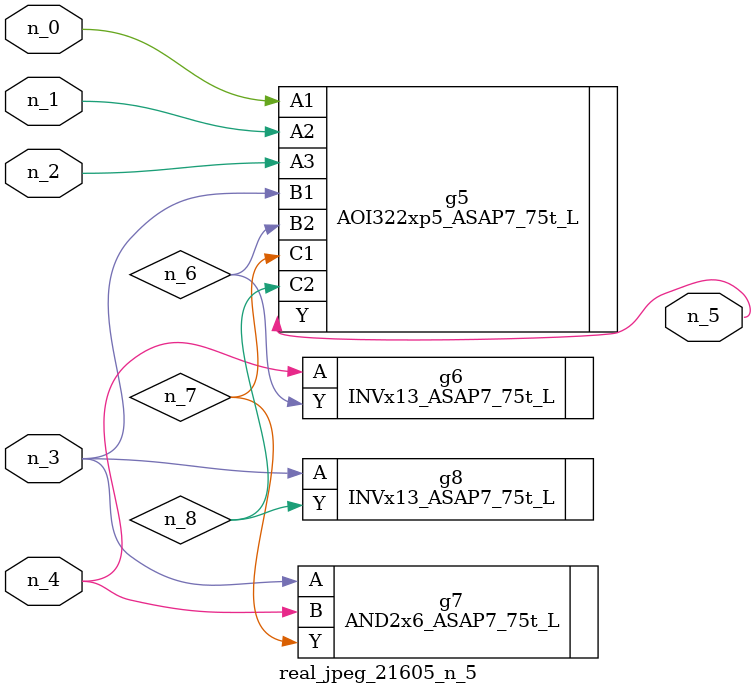
<source format=v>
module real_jpeg_21605_n_5 (n_4, n_0, n_1, n_2, n_3, n_5);

input n_4;
input n_0;
input n_1;
input n_2;
input n_3;

output n_5;

wire n_8;
wire n_6;
wire n_7;

AOI322xp5_ASAP7_75t_L g5 ( 
.A1(n_0),
.A2(n_1),
.A3(n_2),
.B1(n_3),
.B2(n_6),
.C1(n_7),
.C2(n_8),
.Y(n_5)
);

AND2x6_ASAP7_75t_L g7 ( 
.A(n_3),
.B(n_4),
.Y(n_7)
);

INVx13_ASAP7_75t_L g8 ( 
.A(n_3),
.Y(n_8)
);

INVx13_ASAP7_75t_L g6 ( 
.A(n_4),
.Y(n_6)
);


endmodule
</source>
